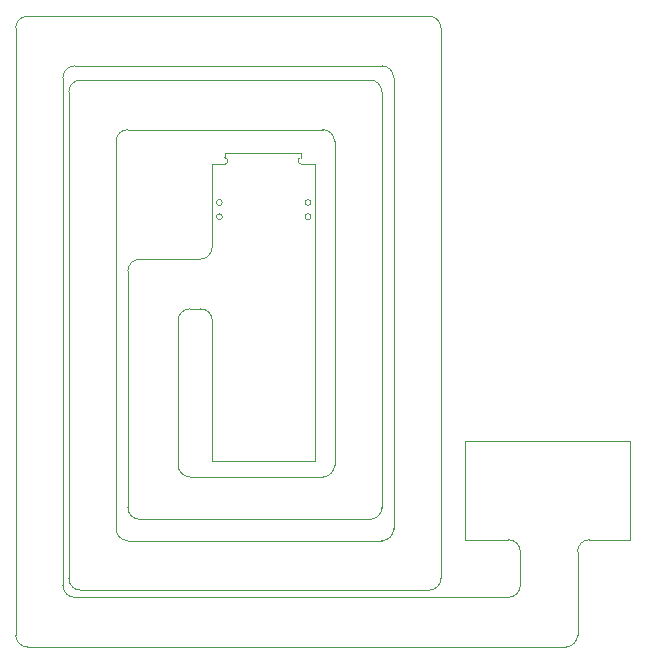
<source format=gm1>
G04 #@! TF.GenerationSoftware,KiCad,Pcbnew,9.0.1*
G04 #@! TF.CreationDate,2025-05-24T21:42:49+02:00*
G04 #@! TF.ProjectId,spiral flex,73706972-616c-4206-966c-65782e6b6963,rev?*
G04 #@! TF.SameCoordinates,Original*
G04 #@! TF.FileFunction,Profile,NP*
%FSLAX46Y46*%
G04 Gerber Fmt 4.6, Leading zero omitted, Abs format (unit mm)*
G04 Created by KiCad (PCBNEW 9.0.1) date 2025-05-24 21:42:49*
%MOMM*%
%LPD*%
G01*
G04 APERTURE LIST*
G04 #@! TA.AperFunction,Profile*
%ADD10C,0.050000*%
G04 #@! TD*
G04 APERTURE END LIST*
D10*
X107000000Y-79775000D02*
G75*
G02*
X108000000Y-78775000I1000000J0D01*
G01*
X123500000Y-67800000D02*
G75*
G02*
X124500000Y-68800000I0J-1000000D01*
G01*
X106000000Y-68800000D02*
G75*
G02*
X107000000Y-67800000I1000000J0D01*
G01*
X127500000Y-63600000D02*
G75*
G02*
X128500000Y-64600000I0J-1000000D01*
G01*
X102000000Y-64600000D02*
G75*
G02*
X103000000Y-63600000I1000000J0D01*
G01*
X101500000Y-63400000D02*
G75*
G02*
X102500000Y-62400000I1000000J0D01*
G01*
X128500000Y-62400000D02*
G75*
G02*
X129500000Y-63400000I0J-1000000D01*
G01*
X132500000Y-58200000D02*
G75*
G02*
X133500000Y-59200000I0J-1000000D01*
G01*
X97500000Y-59200000D02*
G75*
G02*
X98500000Y-58200000I1000000J0D01*
G01*
X127500000Y-100800000D02*
X108000000Y-100800000D01*
X128500000Y-99800000D02*
G75*
G02*
X127500000Y-100800000I-1000000J0D01*
G01*
X108000000Y-100800000D02*
G75*
G02*
X107000000Y-99800000I0J1000000D01*
G01*
X128500000Y-99800000D02*
X128500000Y-64600000D01*
X124500000Y-96200000D02*
G75*
G02*
X123500000Y-97200000I-1000000J0D01*
G01*
X112250000Y-97200000D02*
G75*
G02*
X111250000Y-96200000I0J1000000D01*
G01*
X129500000Y-101600000D02*
G75*
G02*
X128500000Y-102600000I-1000000J0D01*
G01*
X107000000Y-102600000D02*
G75*
G02*
X106000000Y-101600000I0J1000000D01*
G01*
X133500000Y-105800000D02*
G75*
G02*
X132500000Y-106800000I-1000000J0D01*
G01*
X103000000Y-106800000D02*
G75*
G02*
X102000000Y-105800000I0J1000000D01*
G01*
X102500000Y-107400000D02*
G75*
G02*
X101500000Y-106400000I0J1000000D01*
G01*
X98500000Y-111600000D02*
G75*
G02*
X97500000Y-110600000I0J1000000D01*
G01*
X140220000Y-106400000D02*
G75*
G02*
X139220000Y-107400000I-1000000J0D01*
G01*
X145070000Y-110600000D02*
G75*
G02*
X144070000Y-111600000I-1000000J0D01*
G01*
X145070000Y-109277768D02*
X145070000Y-110600000D01*
X140000000Y-111600000D02*
X144070000Y-111600000D01*
X139220000Y-107400000D02*
X134500000Y-107400000D01*
X140220000Y-103535800D02*
X140220000Y-106400000D01*
X145070000Y-103527768D02*
G75*
G02*
X146070000Y-102527768I1000000J0D01*
G01*
X139220000Y-102527768D02*
G75*
G02*
X140220000Y-103527768I0J-1000000D01*
G01*
X135520000Y-102527768D02*
X139220000Y-102527768D01*
X149520000Y-94152768D02*
X135520000Y-94152768D01*
X149520000Y-102527768D02*
X149520000Y-94152768D01*
X135520000Y-94152768D02*
X135520000Y-102527768D01*
X146070000Y-102527768D02*
X149520000Y-102527768D01*
X102500000Y-107400000D02*
X134500000Y-107400000D01*
X101500000Y-63400000D02*
X101500000Y-106400000D01*
X98500000Y-111600000D02*
X140000000Y-111600000D01*
X97500000Y-59200000D02*
X97500000Y-110600000D01*
X132500000Y-58200000D02*
X98500000Y-58200000D01*
X133500000Y-105800000D02*
X133500000Y-59200000D01*
X103000000Y-106800000D02*
X132500000Y-106800000D01*
X102000000Y-64600000D02*
X102000000Y-105800000D01*
X124500000Y-96200000D02*
X124500000Y-68800000D01*
X128500000Y-62400000D02*
X102500000Y-62400000D01*
X129500000Y-101600000D02*
X129500000Y-63400000D01*
X107000000Y-102600000D02*
X128500000Y-102600000D01*
X106000000Y-68800000D02*
X106000000Y-101600000D01*
X107000000Y-79775000D02*
X107000000Y-99800000D01*
X127500000Y-63600000D02*
X103000000Y-63600000D01*
X107000000Y-67800000D02*
X123500000Y-67800000D01*
X113150000Y-82975000D02*
G75*
G02*
X114150000Y-83975000I0J-1000000D01*
G01*
X121687500Y-70175000D02*
X121687500Y-69775000D01*
X115187500Y-70175000D02*
X115187500Y-69775000D01*
X115000000Y-73975000D02*
G75*
G02*
X114500000Y-73975000I-250000J0D01*
G01*
X114500000Y-73975000D02*
G75*
G02*
X115000000Y-73975000I250000J0D01*
G01*
X113125000Y-78775000D02*
X108000000Y-78775000D01*
X121687500Y-70725000D02*
G75*
G02*
X121687500Y-70175000I0J275000D01*
G01*
X114150000Y-95875000D02*
X122875000Y-95875000D01*
X122500000Y-75175000D02*
G75*
G02*
X122000000Y-75175000I-250000J0D01*
G01*
X122000000Y-75175000D02*
G75*
G02*
X122500000Y-75175000I250000J0D01*
G01*
X121687500Y-70725000D02*
X122875000Y-70725000D01*
X113150000Y-82975000D02*
X112250000Y-82975000D01*
X114125000Y-70725000D02*
X114125000Y-77775000D01*
X114125000Y-77775000D02*
G75*
G02*
X113125000Y-78775000I-1000000J0D01*
G01*
X122875000Y-70725000D02*
X122875000Y-95875000D01*
X115187500Y-70725000D02*
X114125000Y-70725000D01*
X114150000Y-83975000D02*
X114150000Y-95875000D01*
X111250000Y-83975000D02*
G75*
G02*
X112250000Y-82975000I1000000J0D01*
G01*
X115000000Y-75175000D02*
G75*
G02*
X114500000Y-75175000I-250000J0D01*
G01*
X114500000Y-75175000D02*
G75*
G02*
X115000000Y-75175000I250000J0D01*
G01*
X115187500Y-69775000D02*
X121687500Y-69775000D01*
X115187500Y-70175000D02*
G75*
G02*
X115187500Y-70725000I0J-275000D01*
G01*
X122500000Y-73975000D02*
G75*
G02*
X122000000Y-73975000I-250000J0D01*
G01*
X122000000Y-73975000D02*
G75*
G02*
X122500000Y-73975000I250000J0D01*
G01*
X145070000Y-103527768D02*
X145070000Y-109277768D01*
X111250000Y-83975000D02*
X111250000Y-96200000D01*
X112250000Y-97200000D02*
X123500000Y-97200000D01*
M02*

</source>
